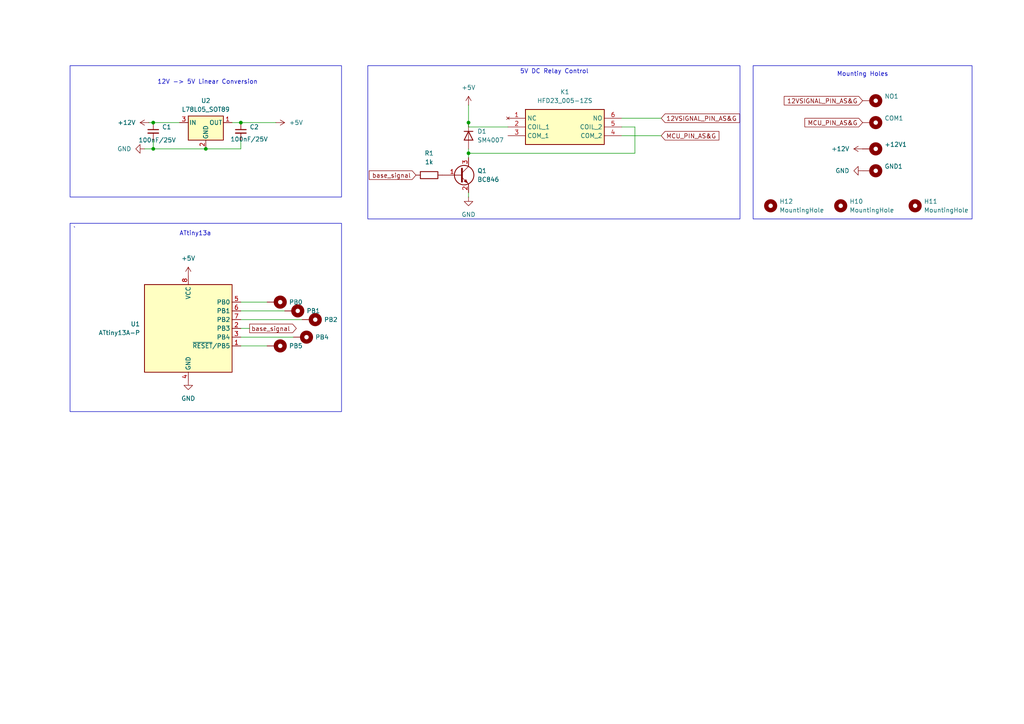
<source format=kicad_sch>
(kicad_sch (version 20231120) (generator "eeschema") (generator_version "8.0")
  (paper "A4")
  (lib_symbols
    (symbol "Device:C_Small" (pin_numbers hide) (pin_names (offset 0.254) hide)
      (property "Reference" "C" (at 0.254 1.778 0))
      (property "Value" "C_Small" (at 0.254 -2.032 0))
      (symbol "C_Small_0_1"
        (polyline (pts (xy -1.524 -0.508) (xy 1.524 -0.508)) (stroke (width 0.3302)))
        (polyline (pts (xy -1.524 0.508) (xy 1.524 0.508)) (stroke (width 0.3048)))
      )
      (symbol "C_Small_1_1"
        (pin passive line (at 0 2.54 270) (length 2.032) (name "~") (number "1"))
        (pin passive line (at 0 -2.54 90) (length 2.032) (name "~") (number "2"))
      )
    )
    (symbol "Device:R" (pin_numbers hide) (pin_names (offset 0))
      (property "Reference" "R" (at 2.032 0 90))
      (property "Value" "R" (at 0 0 90))
      (symbol "R_0_1"
        (rectangle (start -1.016 -2.54) (end 1.016 2.54) (stroke (width 0.254)))
      )
      (symbol "R_1_1"
        (pin passive line (at 0 3.81 270) (length 1.27) (name "~") (number "1"))
        (pin passive line (at 0 -3.81 90) (length 1.27) (name "~") (number "2"))
      )
    )
    (symbol "Diode:SM4007" (pin_numbers hide) (pin_names hide)
      (property "Reference" "D" (at 0 2.54 0))
      (property "Value" "SM4007" (at 0 -2.54 0))
      (symbol "SM4007_0_1"
        (polyline (pts (xy -1.27 1.27) (xy -1.27 -1.27)) (stroke (width 0.254)))
        (polyline (pts (xy 1.27 0) (xy -1.27 0)))
        (polyline (pts (xy 1.27 1.27) (xy 1.27 -1.27) (xy -1.27 0) (xy 1.27 1.27)) (stroke (width 0.254)))
      )
      (symbol "SM4007_1_1"
        (pin passive line (at -3.81 0 0) (length 2.54) (name "K") (number "1"))
        (pin passive line (at 3.81 0 180) (length 2.54) (name "A") (number "2"))
      )
    )
    (symbol "HFD23_005-1ZS:HFD23_005-1ZS"
      (property "Reference" "K" (at 29.21 7.62 0))
      (property "Value" "HFD23_005-1ZS" (at 29.21 5.08 0))
      (symbol "HFD23_005-1ZS_1_1"
        (rectangle (start 5.08 2.54) (end 27.94 -7.62) (stroke (width 0.254)) (fill (type background)))
        (pin no_connect line (at 0 0 0) (length 5.08) (name "NC") (number "1"))
        (pin passive line (at 0 -2.54 0) (length 5.08) (name "COIL_1") (number "2"))
        (pin passive line (at 0 -5.08 0) (length 5.08) (name "COM_1") (number "3"))
        (pin passive line (at 33.02 -5.08 180) (length 5.08) (name "COM_2") (number "4"))
        (pin passive line (at 33.02 -2.54 180) (length 5.08) (name "COIL_2") (number "5"))
        (pin passive line (at 33.02 0 180) (length 5.08) (name "NO") (number "6"))
      )
    )
    (symbol "MCU_Microchip_ATtiny:ATtiny13A-P"
      (property "Reference" "U" (at -12.7 13.97 0))
      (property "Value" "ATtiny13A-P" (at 2.54 -13.97 0))
      (symbol "ATtiny13A-P_0_1"
        (rectangle (start -12.7 -12.7) (end 12.7 12.7) (stroke (width 0.254)) (fill (type background)))
      )
      (symbol "ATtiny13A-P_1_1"
        (pin bidirectional line (at 15.24 -5.08 180) (length 2.54) (name "~{RESET}/PB5") (number "1"))
        (pin bidirectional line (at 15.24 0 180) (length 2.54) (name "PB3") (number "2"))
        (pin bidirectional line (at 15.24 -2.54 180) (length 2.54) (name "PB4") (number "3"))
        (pin power_in line (at 0 -15.24 90) (length 2.54) (name "GND") (number "4"))
        (pin bidirectional line (at 15.24 7.62 180) (length 2.54) (name "PB0") (number "5"))
        (pin bidirectional line (at 15.24 5.08 180) (length 2.54) (name "PB1") (number "6"))
        (pin bidirectional line (at 15.24 2.54 180) (length 2.54) (name "PB2") (number "7"))
        (pin power_in line (at 0 15.24 270) (length 2.54) (name "VCC") (number "8"))
      )
    )
    (symbol "Mechanical:MountingHole" (pin_names (offset 1.016)) (exclude_from_sim yes) (in_bom no)
      (property "Reference" "H" (at 0 5.08 0))
      (property "Value" "MountingHole" (at 0 3.175 0))
      (symbol "MountingHole_0_1"
        (circle (center 0 0) (radius 1.27) (stroke (width 1.27)))
      )
    )
    (symbol "Mechanical:MountingHole_Pad" (pin_numbers hide) (pin_names (offset 1.016) hide) (exclude_from_sim yes) (in_bom no)
      (property "Reference" "H" (at 0 6.35 0))
      (property "Value" "MountingHole_Pad" (at 0 4.445 0))
      (symbol "MountingHole_Pad_0_1"
        (circle (center 0 1.27) (radius 1.27) (stroke (width 1.27)))
      )
      (symbol "MountingHole_Pad_1_1"
        (pin input line (at 0 -2.54 90) (length 2.54) (name "1") (number "1"))
      )
    )
    (symbol "Regulator_Linear:L78L05_SOT89" (pin_names (offset 0.254))
      (property "Reference" "U" (at -3.81 3.175 0))
      (property "Value" "L78L05_SOT89" (at -0.635 3.175 0))
      (symbol "L78L05_SOT89_0_1"
        (rectangle (start -5.08 1.905) (end 5.08 -5.08) (stroke (width 0.254)) (fill (type background)))
      )
      (symbol "L78L05_SOT89_1_1"
        (pin power_out line (at 7.62 0 180) (length 2.54) (name "OUT") (number "1"))
        (pin power_in line (at 0 -7.62 90) (length 2.54) (name "GND") (number "2"))
        (pin power_in line (at -7.62 0 0) (length 2.54) (name "IN") (number "3"))
      )
    )
    (symbol "Transistor_BJT:BC846" (pin_names (offset 0) hide)
      (property "Reference" "Q" (at 5.08 1.905 0))
      (property "Value" "BC846" (at 5.08 0 0))
      (symbol "BC846_0_1"
        (polyline (pts (xy 0.635 0.635) (xy 2.54 2.54)))
        (polyline (pts (xy 0.635 -0.635) (xy 2.54 -2.54) (xy 2.54 -2.54)))
        (polyline (pts (xy 0.635 1.905) (xy 0.635 -1.905) (xy 0.635 -1.905)) (stroke (width 0.508)))
        (polyline (pts (xy 1.27 -1.778) (xy 1.778 -1.27) (xy 2.286 -2.286) (xy 1.27 -1.778) (xy 1.27 -1.778)) (fill (type outline)))
        (circle (center 1.27 0) (radius 2.8194) (stroke (width 0.254)))
      )
      (symbol "BC846_1_1"
        (pin input line (at -5.08 0 0) (length 5.715) (name "B") (number "1"))
        (pin passive line (at 2.54 -5.08 90) (length 2.54) (name "E") (number "2"))
        (pin passive line (at 2.54 5.08 270) (length 2.54) (name "C") (number "3"))
      )
    )
    (symbol "power:+12V" (power) (pin_numbers hide) (pin_names (offset 0) hide)
      (property "Value" "+12V" (at 0 3.556 0))
      (symbol "+12V_0_1"
        (polyline (pts (xy -0.762 1.27) (xy 0 2.54)))
        (polyline (pts (xy 0 0) (xy 0 2.54)))
        (polyline (pts (xy 0 2.54) (xy 0.762 1.27)))
      )
      (symbol "+12V_1_1"
        (pin power_in line (at 0 0 90) (length 0) (name "~") (number "1"))
      )
    )
    (symbol "power:+5V" (power) (pin_numbers hide) (pin_names (offset 0) hide)
      (property "Value" "+5V" (at 0 3.556 0))
      (symbol "+5V_0_1"
        (polyline (pts (xy -0.762 1.27) (xy 0 2.54)))
        (polyline (pts (xy 0 0) (xy 0 2.54)))
        (polyline (pts (xy 0 2.54) (xy 0.762 1.27)))
      )
      (symbol "+5V_1_1"
        (pin power_in line (at 0 0 90) (length 0) (name "~") (number "1"))
      )
    )
    (symbol "power:GND" (power) (pin_numbers hide) (pin_names (offset 0) hide)
      (property "Value" "GND" (at 0 -3.81 0))
      (symbol "GND_0_1"
        (polyline (pts (xy 0 0) (xy 0 -1.27) (xy 1.27 -1.27) (xy 0 -2.54) (xy -1.27 -1.27) (xy 0 -1.27)))
      )
      (symbol "GND_1_1"
        (pin power_in line (at 0 0 270) (length 0) (name "~") (number "1"))
      )
    )
  )
  (junction (at 44.45 35.56))
  (junction (at 135.89 44.45))
  (junction (at 44.45 43.18))
  (junction (at 69.85 35.56))
  (junction (at 59.69 43.18))
  (junction (at 135.89 35.56))
  (wire (pts (xy 180.34 36.83) (xy 184.15 36.83)))
  (wire (pts (xy 69.85 43.18) (xy 59.69 43.18)))
  (wire (pts (xy 41.91 43.18) (xy 44.45 43.18)))
  (wire (pts (xy 180.34 39.37) (xy 191.77 39.37)))
  (wire (pts (xy 77.47 87.63) (xy 69.85 87.63)))
  (wire (pts (xy 87.63 92.71) (xy 69.85 92.71)))
  (wire (pts (xy 135.89 55.88) (xy 135.89 57.15)))
  (wire (pts (xy 135.89 36.83) (xy 135.89 35.56)))
  (wire (pts (xy 184.15 36.83) (xy 184.15 44.45)))
  (wire (pts (xy 147.32 36.83) (xy 135.89 36.83)))
  (wire (pts (xy 69.85 95.25) (xy 72.39 95.25)))
  (wire (pts (xy 180.34 34.29) (xy 191.77 34.29)))
  (wire (pts (xy 69.85 40.64) (xy 69.85 43.18)))
  (wire (pts (xy 44.45 40.64) (xy 44.45 43.18)))
  (wire (pts (xy 67.31 35.56) (xy 69.85 35.56)))
  (wire (pts (xy 44.45 35.56) (xy 52.07 35.56)))
  (wire (pts (xy 44.45 43.18) (xy 59.69 43.18)))
  (wire (pts (xy 77.47 100.33) (xy 69.85 100.33)))
  (wire (pts (xy 82.55 90.17) (xy 69.85 90.17)))
  (wire (pts (xy 135.89 44.45) (xy 135.89 45.72)))
  (wire (pts (xy 43.18 35.56) (xy 44.45 35.56)))
  (wire (pts (xy 184.15 44.45) (xy 135.89 44.45)))
  (wire (pts (xy 135.89 43.18) (xy 135.89 44.45)))
  (wire (pts (xy 85.09 97.79) (xy 69.85 97.79)))
  (wire (pts (xy 69.85 35.56) (xy 80.01 35.56)))
  (wire (pts (xy 135.89 30.48) (xy 135.89 35.56)))
  (rectangle (start 20.32 19.05) (end 99.06 57.15))
  (rectangle (start 106.68 19.05) (end 214.63 63.5))
  (rectangle (start 218.44 19.05) (end 281.94 63.5))
  (text_box "`" (at 20.32 64.77 0) (size 78.74 54.61) (effects (font (size 1.27 1.27)) (justify left top)))
  (text "Mounting Holes" (at 250.19 21.59 0) (effects (font (size 1.27 1.27))))
  (text "12V -> 5V Linear Conversion\n" (at 60.198 23.876 0) (effects (font (size 1.27 1.27))))
  (text "5V DC Relay Control\n\n" (at 160.782 21.844 0) (effects (font (size 1.27 1.27))))
  (text "ATtiny13a\n" (at 56.642 67.818 0) (effects (font (size 1.27 1.27))))
  (global_label "MCU_PIN_AS&G" (shape input) (at 191.77 39.37 0) (property "Intersheetrefs" "${INTERSHEET_REFS}" (effects (hide yes))))
  (global_label "12VSIGNAL_PIN_AS&G" (shape input) (at 250.19 29.21 180) (property "Intersheetrefs" "${INTERSHEET_REFS}" (effects (hide yes))))
  (global_label "base_signal" (shape output) (at 72.39 95.25 0) (property "Intersheetrefs" "${INTERSHEET_REFS}" (effects (hide yes))))
  (global_label "base_signal" (shape input) (at 120.65 50.8 180) (property "Intersheetrefs" "${INTERSHEET_REFS}" (effects (hide yes))))
  (global_label "12VSIGNAL_PIN_AS&G" (shape input) (at 191.77 34.29 0) (property "Intersheetrefs" "${INTERSHEET_REFS}" (effects (hide yes))))
  (global_label "MCU_PIN_AS&G" (shape input) (at 250.19 35.56 180) (property "Intersheetrefs" "${INTERSHEET_REFS}" (effects (hide yes))))
  (symbol (lib_id "Mechanical:MountingHole") (at 265.43 59.69 0) (unit 1) (exclude_from_sim yes) (in_bom no)
    (property "Reference" "H11" (at 267.97 58.4199 0) (effects (justify left)))
    (property "Value" "MountingHole" (at 267.97 60.9599 0) (effects (justify left)))
    (property "Footprint" "MountingHole:MountingHole_2.1mm" (effects (hide yes)))
    (property "Description" "Mounting Hole without connection" (effects (hide yes)))
  )
  (symbol (lib_id "Mechanical:MountingHole_Pad") (at 80.01 100.33 270) (unit 1) (exclude_from_sim yes) (in_bom no)
    (property "Reference" "PB5" (at 83.82 100.3299 90) (effects (justify left)))
    (property "Value" "MountingHole_Pad_MP" (effects (hide yes)))
    (property "Footprint" "Connector_PinHeader_1.00mm:PinHeader_1x01_P1.00mm_Vertical" (effects (hide yes)))
    (property "Description" "Mounting Hole with connection" (effects (hide yes)))
  )
  (symbol (lib_id "HFD23_005-1ZS:HFD23_005-1ZS") (at 147.32 34.29 0) (unit 1)
    (property "Reference" "K1" (at 163.83 26.67 0))
    (property "Value" "HFD23_005-1ZS" (at 163.83 29.21 0))
    (property "Footprint" "relays:HFD230051ZS" (effects (hide yes)))
    (property "Height" "10.3" (effects (hide yes)))
    (property "Manufacturer_Name" "Hongfa" (effects (hide yes)))
    (property "Manufacturer_Part_Number" "HFD23/005-1ZS" (effects (hide yes)))
  )
  (symbol (lib_id "Mechanical:MountingHole_Pad") (at 80.01 87.63 270) (unit 1) (exclude_from_sim yes) (in_bom no)
    (property "Reference" "PB0" (at 83.82 87.6299 90) (effects (justify left)))
    (property "Value" "MountingHole_Pad_MP" (effects (hide yes)))
    (property "Footprint" "Connector_PinHeader_1.00mm:PinHeader_1x01_P1.00mm_Vertical" (effects (hide yes)))
    (property "Description" "Mounting Hole with connection" (effects (hide yes)))
  )
  (symbol (lib_id "power:+12V") (at 43.18 35.56 90) (unit 1)
    (property "Reference" "#PWR03" (effects (hide yes)))
    (property "Value" "+12V" (at 39.37 35.5599 90) (effects (justify left)))
    (property "Description" "Power symbol creates a global label with name \"+12V\"" (effects (hide yes)))
  )
  (symbol (lib_id "power:GND") (at 54.61 110.49 0) (unit 1)
    (property "Reference" "#PWR02" (effects (hide yes)))
    (property "Value" "GND" (at 54.61 115.57 0))
    (property "Description" "Power symbol creates a global label with name \"GND\" , ground" (effects (hide yes)))
  )
  (symbol (lib_id "Device:C_Small") (at 69.85 38.1 0) (unit 1)
    (property "Reference" "C2" (at 72.39 36.8362 0) (effects (justify left)))
    (property "Value" "100nF/25V" (at 66.802 40.386 0) (effects (justify left)))
    (property "Footprint" "Capacitor_SMD:C_0603_1608Metric" (effects (hide yes)))
    (property "Description" "Unpolarized capacitor, small symbol" (effects (hide yes)))
  )
  (symbol (lib_id "Mechanical:MountingHole_Pad") (at 87.63 97.79 270) (unit 1) (exclude_from_sim yes) (in_bom no)
    (property "Reference" "PB4" (at 91.44 97.7899 90) (effects (justify left)))
    (property "Value" "MountingHole_Pad_MP" (effects (hide yes)))
    (property "Footprint" "Connector_PinHeader_1.00mm:PinHeader_1x01_P1.00mm_Vertical" (effects (hide yes)))
    (property "Description" "Mounting Hole with connection" (effects (hide yes)))
  )
  (symbol (lib_id "Transistor_BJT:BC846") (at 133.35 50.8 0) (unit 1)
    (property "Reference" "Q1" (at 138.43 49.5299 0) (effects (justify left)))
    (property "Value" "BC846" (at 138.43 52.0699 0) (effects (justify left)))
    (property "Footprint" "Package_TO_SOT_SMD:SOT-23" (effects (hide yes)))
    (property "Datasheet" "https://assets.nexperia.com/documents/data-sheet/BC846_SER.pdf" (effects (hide yes)))
    (property "Description" "0.1A Ic, 65V Vce, NPN Transistor, SOT-23" (effects (hide yes)))
  )
  (symbol (lib_id "Mechanical:MountingHole_Pad") (at 252.73 35.56 270) (unit 1) (exclude_from_sim yes) (in_bom no)
    (property "Reference" "COM1" (at 256.54 34.2899 90) (effects (justify left)))
    (property "Value" "MountingHole_Pad_MP" (effects (hide yes)))
    (property "Footprint" "MountingHole:MountingHole_2.2mm_M2_DIN965_Pad" (effects (hide yes)))
    (property "Description" "Mounting Hole with connection" (effects (hide yes)))
  )
  (symbol (lib_id "Device:R") (at 124.46 50.8 90) (unit 1)
    (property "Reference" "R1" (at 124.46 44.45 90))
    (property "Value" "1k" (at 124.46 46.99 90))
    (property "Footprint" "Resistor_SMD:R_0805_2012Metric" (effects (hide yes)))
    (property "Description" "Resistor" (effects (hide yes)))
  )
  (symbol (lib_id "power:GND") (at 250.19 49.53 270) (unit 1)
    (property "Reference" "#PWR09" (effects (hide yes)))
    (property "Value" "GND" (at 246.38 49.5299 90) (effects (justify right)))
    (property "Description" "Power symbol creates a global label with name \"GND\" , ground" (effects (hide yes)))
  )
  (symbol (lib_id "Mechanical:MountingHole_Pad") (at 90.17 92.71 270) (unit 1) (exclude_from_sim yes) (in_bom no)
    (property "Reference" "PB2" (at 93.98 92.7099 90) (effects (justify left)))
    (property "Value" "MountingHole_Pad_MP" (effects (hide yes)))
    (property "Footprint" "Connector_PinHeader_1.00mm:PinHeader_1x01_P1.00mm_Vertical" (effects (hide yes)))
    (property "Description" "Mounting Hole with connection" (effects (hide yes)))
  )
  (symbol (lib_id "power:+12V") (at 250.19 43.18 90) (unit 1)
    (property "Reference" "#PWR08" (effects (hide yes)))
    (property "Value" "+12V" (at 246.38 43.1799 90) (effects (justify left)))
    (property "Description" "Power symbol creates a global label with name \"+12V\"" (effects (hide yes)))
  )
  (symbol (lib_id "Mechanical:MountingHole") (at 223.52 59.69 0) (unit 1) (exclude_from_sim yes) (in_bom no)
    (property "Reference" "H12" (at 226.06 58.4199 0) (effects (justify left)))
    (property "Value" "MountingHole" (at 226.06 60.9599 0) (effects (justify left)))
    (property "Footprint" "MountingHole:MountingHole_2.1mm" (effects (hide yes)))
    (property "Description" "Mounting Hole without connection" (effects (hide yes)))
  )
  (symbol (lib_id "power:GND") (at 135.89 57.15 0) (unit 1)
    (property "Reference" "#PWR07" (effects (hide yes)))
    (property "Value" "GND" (at 135.89 62.23 0))
    (property "Description" "Power symbol creates a global label with name \"GND\" , ground" (effects (hide yes)))
  )
  (symbol (lib_id "power:GND") (at 41.91 43.18 270) (unit 1)
    (property "Reference" "#PWR05" (effects (hide yes)))
    (property "Value" "GND" (at 38.1 43.1799 90) (effects (justify right)))
    (property "Description" "Power symbol creates a global label with name \"GND\" , ground" (effects (hide yes)))
  )
  (symbol (lib_id "Mechanical:MountingHole") (at 243.84 59.69 0) (unit 1) (exclude_from_sim yes) (in_bom no)
    (property "Reference" "H10" (at 246.38 58.4199 0) (effects (justify left)))
    (property "Value" "MountingHole" (at 246.38 60.9599 0) (effects (justify left)))
    (property "Footprint" "MountingHole:MountingHole_2.1mm" (effects (hide yes)))
    (property "Description" "Mounting Hole without connection" (effects (hide yes)))
  )
  (symbol (lib_id "Regulator_Linear:L78L05_SOT89") (at 59.69 35.56 0) (unit 1)
    (property "Reference" "U2" (at 59.69 29.21 0))
    (property "Value" "L78L05_SOT89" (at 59.69 31.75 0))
    (property "Footprint" "Package_TO_SOT_SMD:SOT-89-3_Handsoldering" (effects (hide yes)))
    (property "Datasheet" "http://www.st.com/content/ccc/resource/technical/document/datasheet/15/55/e5/aa/23/5b/43/fd/CD00000446.pdf/files/CD00000446.pdf/jcr:content/translations/en.CD00000446.pdf" (effects (hide yes)))
    (property "Description" "Positive 100mA 30V Linear Regulator, Fixed Output 5V, SOT-89" (effects (hide yes)))
  )
  (symbol (lib_id "Device:C_Small") (at 44.45 38.1 0) (unit 1)
    (property "Reference" "C1" (at 46.99 36.8362 0) (effects (justify left)))
    (property "Value" "100nF/25V" (at 40.132 40.64 0) (effects (justify left)))
    (property "Footprint" "Capacitor_SMD:C_0603_1608Metric" (effects (hide yes)))
    (property "Description" "Unpolarized capacitor, small symbol" (effects (hide yes)))
  )
  (symbol (lib_id "Diode:SM4007") (at 135.89 39.37 270) (unit 1)
    (property "Reference" "D1" (at 138.43 38.0999 90) (effects (justify left)))
    (property "Value" "SM4007" (at 138.43 40.6399 90) (effects (justify left)))
    (property "Footprint" "Diode_SMD:D_MELF" (effects (hide yes)))
    (property "Datasheet" "http://cdn-reichelt.de/documents/datenblatt/A400/SMD1N400%23DIO.pdf" (effects (hide yes)))
    (property "Description" "1000V 1A General Purpose Rectifier Diode, MELF" (effects (hide yes)))
    (property "Sim.Device" "D" (effects (hide yes)))
    (property "Sim.Pins" "1=K 2=A" (effects (hide yes)))
  )
  (symbol (lib_id "power:+5V") (at 54.61 80.01 0) (unit 1)
    (property "Reference" "#PWR01" (effects (hide yes)))
    (property "Value" "+5V" (at 54.61 74.93 0))
    (property "Description" "Power symbol creates a global label with name \"+5V\"" (effects (hide yes)))
  )
  (symbol (lib_id "power:+5V") (at 135.89 30.48 0) (unit 1)
    (property "Reference" "#PWR06" (effects (hide yes)))
    (property "Value" "+5V" (at 135.89 25.4 0))
    (property "Description" "Power symbol creates a global label with name \"+5V\"" (effects (hide yes)))
  )
  (symbol (lib_id "Mechanical:MountingHole_Pad") (at 252.73 43.18 270) (unit 1) (exclude_from_sim yes) (in_bom no)
    (property "Reference" "+12V1" (at 256.54 41.9099 90) (effects (justify left)))
    (property "Value" "MountingHole_Pad_MP" (effects (hide yes)))
    (property "Footprint" "MountingHole:MountingHole_2.2mm_M2_DIN965_Pad" (effects (hide yes)))
    (property "Description" "Mounting Hole with connection" (effects (hide yes)))
  )
  (symbol (lib_id "Mechanical:MountingHole_Pad") (at 252.73 49.53 270) (unit 1) (exclude_from_sim yes) (in_bom no)
    (property "Reference" "GND1" (at 256.54 48.2599 90) (effects (justify left)))
    (property "Value" "MountingHole_Pad_MP" (effects (hide yes)))
    (property "Footprint" "MountingHole:MountingHole_2.2mm_M2_DIN965_Pad" (effects (hide yes)))
    (property "Description" "Mounting Hole with connection" (effects (hide yes)))
  )
  (symbol (lib_id "Mechanical:MountingHole_Pad") (at 252.73 29.21 270) (unit 1) (exclude_from_sim yes) (in_bom no)
    (property "Reference" "NO1" (at 256.54 27.9399 90) (effects (justify left)))
    (property "Value" "MountingHole_Pad_MP" (effects (hide yes)))
    (property "Footprint" "MountingHole:MountingHole_2.2mm_M2_DIN965_Pad" (effects (hide yes)))
    (property "Description" "Mounting Hole with connection" (effects (hide yes)))
  )
  (symbol (lib_id "Mechanical:MountingHole_Pad") (at 85.09 90.17 270) (unit 1) (exclude_from_sim yes) (in_bom no)
    (property "Reference" "PB1" (at 88.9 90.1699 90) (effects (justify left)))
    (property "Value" "MountingHole_Pad_MP" (effects (hide yes)))
    (property "Footprint" "Connector_PinHeader_1.00mm:PinHeader_1x01_P1.00mm_Vertical" (effects (hide yes)))
    (property "Description" "Mounting Hole with connection" (effects (hide yes)))
  )
  (symbol (lib_id "MCU_Microchip_ATtiny:ATtiny13A-P") (at 54.61 95.25 0) (unit 1)
    (property "Reference" "U1" (at 40.64 93.9799 0) (effects (justify right)))
    (property "Value" "ATtiny13A-P" (at 40.64 96.5199 0) (effects (justify right)))
    (property "Footprint" "Package_DIP:DIP-8_W7.62mm" (effects (hide yes)))
    (property "Datasheet" "http://ww1.microchip.com/downloads/en/DeviceDoc/doc8126.pdf" (effects (hide yes)))
    (property "Description" "20MHz, 1kB Flash, 64B SRAM, 64B EEPROM, debugWIRE, DIP-8" (effects (hide yes)))
  )
  (symbol (lib_id "power:+5V") (at 80.01 35.56 270) (unit 1)
    (property "Reference" "#PWR04" (effects (hide yes)))
    (property "Value" "+5V" (at 83.82 35.5599 90) (effects (justify left)))
    (property "Description" "Power symbol creates a global label with name \"+5V\"" (effects (hide yes)))
  )
)
</source>
